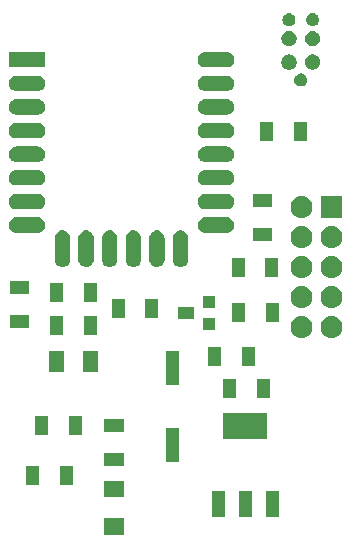
<source format=gts>
G04 #@! TF.GenerationSoftware,KiCad,Pcbnew,5.0.0-fee4fd1~66~ubuntu16.04.1*
G04 #@! TF.CreationDate,2018-08-26T15:56:11+02:00*
G04 #@! TF.ProjectId,RESP,524553502E6B696361645F7063620000,rev?*
G04 #@! TF.SameCoordinates,Original*
G04 #@! TF.FileFunction,Soldermask,Top*
G04 #@! TF.FilePolarity,Negative*
%FSLAX46Y46*%
G04 Gerber Fmt 4.6, Leading zero omitted, Abs format (unit mm)*
G04 Created by KiCad (PCBNEW 5.0.0-fee4fd1~66~ubuntu16.04.1) date Sun Aug 26 15:56:11 2018*
%MOMM*%
%LPD*%
G01*
G04 APERTURE LIST*
%ADD10C,0.050000*%
G04 APERTURE END LIST*
D10*
G36*
X70029170Y-175693160D02*
X68405170Y-175693160D01*
X68405170Y-174323160D01*
X70029170Y-174323160D01*
X70029170Y-175693160D01*
X70029170Y-175693160D01*
G37*
G36*
X78601670Y-174169160D02*
X77485670Y-174169160D01*
X77485670Y-172037160D01*
X78601670Y-172037160D01*
X78601670Y-174169160D01*
X78601670Y-174169160D01*
G37*
G36*
X83173670Y-174169160D02*
X82057670Y-174169160D01*
X82057670Y-172037160D01*
X83173670Y-172037160D01*
X83173670Y-174169160D01*
X83173670Y-174169160D01*
G37*
G36*
X80887670Y-174169160D02*
X79771670Y-174169160D01*
X79771670Y-172037160D01*
X80887670Y-172037160D01*
X80887670Y-174169160D01*
X80887670Y-174169160D01*
G37*
G36*
X70029170Y-172518160D02*
X68405170Y-172518160D01*
X68405170Y-171148160D01*
X70029170Y-171148160D01*
X70029170Y-172518160D01*
X70029170Y-172518160D01*
G37*
G36*
X62886690Y-171502160D02*
X61770690Y-171502160D01*
X61770690Y-169878160D01*
X62886690Y-169878160D01*
X62886690Y-171502160D01*
X62886690Y-171502160D01*
G37*
G36*
X65741650Y-171502160D02*
X64625650Y-171502160D01*
X64625650Y-169878160D01*
X65741650Y-169878160D01*
X65741650Y-171502160D01*
X65741650Y-171502160D01*
G37*
G36*
X70029170Y-169881640D02*
X68405170Y-169881640D01*
X68405170Y-168765640D01*
X70029170Y-168765640D01*
X70029170Y-169881640D01*
X70029170Y-169881640D01*
G37*
G36*
X74728170Y-169548900D02*
X73612170Y-169548900D01*
X73612170Y-166654900D01*
X74728170Y-166654900D01*
X74728170Y-169548900D01*
X74728170Y-169548900D01*
G37*
G36*
X82208470Y-167565160D02*
X78450870Y-167565160D01*
X78450870Y-165433160D01*
X82208470Y-165433160D01*
X82208470Y-167565160D01*
X82208470Y-167565160D01*
G37*
G36*
X66503650Y-167247660D02*
X65387650Y-167247660D01*
X65387650Y-165623660D01*
X66503650Y-165623660D01*
X66503650Y-167247660D01*
X66503650Y-167247660D01*
G37*
G36*
X63648690Y-167247660D02*
X62532690Y-167247660D01*
X62532690Y-165623660D01*
X63648690Y-165623660D01*
X63648690Y-167247660D01*
X63648690Y-167247660D01*
G37*
G36*
X70029170Y-167026680D02*
X68405170Y-167026680D01*
X68405170Y-165910680D01*
X70029170Y-165910680D01*
X70029170Y-167026680D01*
X70029170Y-167026680D01*
G37*
G36*
X82442150Y-164136160D02*
X81326150Y-164136160D01*
X81326150Y-162512160D01*
X82442150Y-162512160D01*
X82442150Y-164136160D01*
X82442150Y-164136160D01*
G37*
G36*
X79587190Y-164136160D02*
X78471190Y-164136160D01*
X78471190Y-162512160D01*
X79587190Y-162512160D01*
X79587190Y-164136160D01*
X79587190Y-164136160D01*
G37*
G36*
X74728170Y-163041420D02*
X73612170Y-163041420D01*
X73612170Y-160147420D01*
X74728170Y-160147420D01*
X74728170Y-163041420D01*
X74728170Y-163041420D01*
G37*
G36*
X67837150Y-161913660D02*
X66594150Y-161913660D01*
X66594150Y-160162660D01*
X67837150Y-160162660D01*
X67837150Y-161913660D01*
X67837150Y-161913660D01*
G37*
G36*
X64982190Y-161913660D02*
X63739190Y-161913660D01*
X63739190Y-160162660D01*
X64982190Y-160162660D01*
X64982190Y-161913660D01*
X64982190Y-161913660D01*
G37*
G36*
X81172150Y-161405660D02*
X80056150Y-161405660D01*
X80056150Y-159781660D01*
X81172150Y-159781660D01*
X81172150Y-161405660D01*
X81172150Y-161405660D01*
G37*
G36*
X78317190Y-161405660D02*
X77201190Y-161405660D01*
X77201190Y-159781660D01*
X78317190Y-159781660D01*
X78317190Y-161405660D01*
X78317190Y-161405660D01*
G37*
G36*
X85271267Y-157216779D02*
X85443481Y-157269020D01*
X85602195Y-157353854D01*
X85741308Y-157468022D01*
X85855476Y-157607135D01*
X85940310Y-157765849D01*
X85992551Y-157938063D01*
X86010190Y-158117160D01*
X85992551Y-158296257D01*
X85940310Y-158468471D01*
X85855476Y-158627185D01*
X85741308Y-158766298D01*
X85602195Y-158880466D01*
X85443481Y-158965300D01*
X85271267Y-159017541D01*
X85137048Y-159030760D01*
X85047292Y-159030760D01*
X84913073Y-159017541D01*
X84740859Y-158965300D01*
X84582145Y-158880466D01*
X84443032Y-158766298D01*
X84328864Y-158627185D01*
X84244030Y-158468471D01*
X84191789Y-158296257D01*
X84174150Y-158117160D01*
X84191789Y-157938063D01*
X84244030Y-157765849D01*
X84328864Y-157607135D01*
X84443032Y-157468022D01*
X84582145Y-157353854D01*
X84740859Y-157269020D01*
X84913073Y-157216779D01*
X85047292Y-157203560D01*
X85137048Y-157203560D01*
X85271267Y-157216779D01*
X85271267Y-157216779D01*
G37*
G36*
X87811267Y-157216779D02*
X87983481Y-157269020D01*
X88142195Y-157353854D01*
X88281308Y-157468022D01*
X88395476Y-157607135D01*
X88480310Y-157765849D01*
X88532551Y-157938063D01*
X88550190Y-158117160D01*
X88532551Y-158296257D01*
X88480310Y-158468471D01*
X88395476Y-158627185D01*
X88281308Y-158766298D01*
X88142195Y-158880466D01*
X87983481Y-158965300D01*
X87811267Y-159017541D01*
X87677048Y-159030760D01*
X87587292Y-159030760D01*
X87453073Y-159017541D01*
X87280859Y-158965300D01*
X87122145Y-158880466D01*
X86983032Y-158766298D01*
X86868864Y-158627185D01*
X86784030Y-158468471D01*
X86731789Y-158296257D01*
X86714150Y-158117160D01*
X86731789Y-157938063D01*
X86784030Y-157765849D01*
X86868864Y-157607135D01*
X86983032Y-157468022D01*
X87122145Y-157353854D01*
X87280859Y-157269020D01*
X87453073Y-157216779D01*
X87587292Y-157203560D01*
X87677048Y-157203560D01*
X87811267Y-157216779D01*
X87811267Y-157216779D01*
G37*
G36*
X64918690Y-158802160D02*
X63802690Y-158802160D01*
X63802690Y-157178160D01*
X64918690Y-157178160D01*
X64918690Y-158802160D01*
X64918690Y-158802160D01*
G37*
G36*
X67773650Y-158802160D02*
X66657650Y-158802160D01*
X66657650Y-157178160D01*
X67773650Y-157178160D01*
X67773650Y-158802160D01*
X67773650Y-158802160D01*
G37*
G36*
X77776170Y-158370360D02*
X76761770Y-158370360D01*
X76761770Y-157355960D01*
X77776170Y-157355960D01*
X77776170Y-158370360D01*
X77776170Y-158370360D01*
G37*
G36*
X62028170Y-158197640D02*
X60404170Y-158197640D01*
X60404170Y-157081640D01*
X62028170Y-157081640D01*
X62028170Y-158197640D01*
X62028170Y-158197640D01*
G37*
G36*
X80349190Y-157722660D02*
X79233190Y-157722660D01*
X79233190Y-156098660D01*
X80349190Y-156098660D01*
X80349190Y-157722660D01*
X80349190Y-157722660D01*
G37*
G36*
X83204150Y-157722660D02*
X82088150Y-157722660D01*
X82088150Y-156098660D01*
X83204150Y-156098660D01*
X83204150Y-157722660D01*
X83204150Y-157722660D01*
G37*
G36*
X76026110Y-157417860D02*
X74656110Y-157417860D01*
X74656110Y-156403460D01*
X76026110Y-156403460D01*
X76026110Y-157417860D01*
X76026110Y-157417860D01*
G37*
G36*
X70125690Y-157341660D02*
X69009690Y-157341660D01*
X69009690Y-155717660D01*
X70125690Y-155717660D01*
X70125690Y-157341660D01*
X70125690Y-157341660D01*
G37*
G36*
X72980650Y-157341660D02*
X71864650Y-157341660D01*
X71864650Y-155717660D01*
X72980650Y-155717660D01*
X72980650Y-157341660D01*
X72980650Y-157341660D01*
G37*
G36*
X87811267Y-154676779D02*
X87983481Y-154729020D01*
X88142195Y-154813854D01*
X88281308Y-154928022D01*
X88395476Y-155067135D01*
X88480310Y-155225849D01*
X88532551Y-155398063D01*
X88550190Y-155577160D01*
X88532551Y-155756257D01*
X88480310Y-155928471D01*
X88395476Y-156087185D01*
X88281308Y-156226298D01*
X88142195Y-156340466D01*
X87983481Y-156425300D01*
X87811267Y-156477541D01*
X87677048Y-156490760D01*
X87587292Y-156490760D01*
X87453073Y-156477541D01*
X87280859Y-156425300D01*
X87122145Y-156340466D01*
X86983032Y-156226298D01*
X86868864Y-156087185D01*
X86784030Y-155928471D01*
X86731789Y-155756257D01*
X86714150Y-155577160D01*
X86731789Y-155398063D01*
X86784030Y-155225849D01*
X86868864Y-155067135D01*
X86983032Y-154928022D01*
X87122145Y-154813854D01*
X87280859Y-154729020D01*
X87453073Y-154676779D01*
X87587292Y-154663560D01*
X87677048Y-154663560D01*
X87811267Y-154676779D01*
X87811267Y-154676779D01*
G37*
G36*
X85271267Y-154676779D02*
X85443481Y-154729020D01*
X85602195Y-154813854D01*
X85741308Y-154928022D01*
X85855476Y-155067135D01*
X85940310Y-155225849D01*
X85992551Y-155398063D01*
X86010190Y-155577160D01*
X85992551Y-155756257D01*
X85940310Y-155928471D01*
X85855476Y-156087185D01*
X85741308Y-156226298D01*
X85602195Y-156340466D01*
X85443481Y-156425300D01*
X85271267Y-156477541D01*
X85137048Y-156490760D01*
X85047292Y-156490760D01*
X84913073Y-156477541D01*
X84740859Y-156425300D01*
X84582145Y-156340466D01*
X84443032Y-156226298D01*
X84328864Y-156087185D01*
X84244030Y-155928471D01*
X84191789Y-155756257D01*
X84174150Y-155577160D01*
X84191789Y-155398063D01*
X84244030Y-155225849D01*
X84328864Y-155067135D01*
X84443032Y-154928022D01*
X84582145Y-154813854D01*
X84740859Y-154729020D01*
X84913073Y-154676779D01*
X85047292Y-154663560D01*
X85137048Y-154663560D01*
X85271267Y-154676779D01*
X85271267Y-154676779D01*
G37*
G36*
X77776170Y-156465360D02*
X76761770Y-156465360D01*
X76761770Y-155450960D01*
X77776170Y-155450960D01*
X77776170Y-156465360D01*
X77776170Y-156465360D01*
G37*
G36*
X67773650Y-156008160D02*
X66657650Y-156008160D01*
X66657650Y-154384160D01*
X67773650Y-154384160D01*
X67773650Y-156008160D01*
X67773650Y-156008160D01*
G37*
G36*
X64918690Y-156008160D02*
X63802690Y-156008160D01*
X63802690Y-154384160D01*
X64918690Y-154384160D01*
X64918690Y-156008160D01*
X64918690Y-156008160D01*
G37*
G36*
X62028170Y-155342680D02*
X60404170Y-155342680D01*
X60404170Y-154226680D01*
X62028170Y-154226680D01*
X62028170Y-155342680D01*
X62028170Y-155342680D01*
G37*
G36*
X85271267Y-152136779D02*
X85443481Y-152189020D01*
X85602195Y-152273854D01*
X85741308Y-152388022D01*
X85855476Y-152527135D01*
X85940310Y-152685849D01*
X85992551Y-152858063D01*
X86010190Y-153037160D01*
X85992551Y-153216257D01*
X85940310Y-153388471D01*
X85855476Y-153547185D01*
X85741308Y-153686298D01*
X85602195Y-153800466D01*
X85443481Y-153885300D01*
X85271267Y-153937541D01*
X85137048Y-153950760D01*
X85047292Y-153950760D01*
X84913073Y-153937541D01*
X84740859Y-153885300D01*
X84582145Y-153800466D01*
X84443032Y-153686298D01*
X84328864Y-153547185D01*
X84244030Y-153388471D01*
X84191789Y-153216257D01*
X84174150Y-153037160D01*
X84191789Y-152858063D01*
X84244030Y-152685849D01*
X84328864Y-152527135D01*
X84443032Y-152388022D01*
X84582145Y-152273854D01*
X84740859Y-152189020D01*
X84913073Y-152136779D01*
X85047292Y-152123560D01*
X85137048Y-152123560D01*
X85271267Y-152136779D01*
X85271267Y-152136779D01*
G37*
G36*
X87811267Y-152136779D02*
X87983481Y-152189020D01*
X88142195Y-152273854D01*
X88281308Y-152388022D01*
X88395476Y-152527135D01*
X88480310Y-152685849D01*
X88532551Y-152858063D01*
X88550190Y-153037160D01*
X88532551Y-153216257D01*
X88480310Y-153388471D01*
X88395476Y-153547185D01*
X88281308Y-153686298D01*
X88142195Y-153800466D01*
X87983481Y-153885300D01*
X87811267Y-153937541D01*
X87677048Y-153950760D01*
X87587292Y-153950760D01*
X87453073Y-153937541D01*
X87280859Y-153885300D01*
X87122145Y-153800466D01*
X86983032Y-153686298D01*
X86868864Y-153547185D01*
X86784030Y-153388471D01*
X86731789Y-153216257D01*
X86714150Y-153037160D01*
X86731789Y-152858063D01*
X86784030Y-152685849D01*
X86868864Y-152527135D01*
X86983032Y-152388022D01*
X87122145Y-152273854D01*
X87280859Y-152189020D01*
X87453073Y-152136779D01*
X87587292Y-152123560D01*
X87677048Y-152123560D01*
X87811267Y-152136779D01*
X87811267Y-152136779D01*
G37*
G36*
X83140650Y-153912660D02*
X82024650Y-153912660D01*
X82024650Y-152288660D01*
X83140650Y-152288660D01*
X83140650Y-153912660D01*
X83140650Y-153912660D01*
G37*
G36*
X80285690Y-153912660D02*
X79169690Y-153912660D01*
X79169690Y-152288660D01*
X80285690Y-152288660D01*
X80285690Y-153912660D01*
X80285690Y-153912660D01*
G37*
G36*
X70979591Y-149939565D02*
X71102117Y-149976733D01*
X71215037Y-150037090D01*
X71314013Y-150118317D01*
X71395240Y-150217292D01*
X71455597Y-150330212D01*
X71492765Y-150452738D01*
X71502170Y-150548228D01*
X71502170Y-152412092D01*
X71492765Y-152507582D01*
X71455597Y-152630108D01*
X71395240Y-152743028D01*
X71314013Y-152842003D01*
X71215038Y-152923230D01*
X71102118Y-152983587D01*
X70979592Y-153020755D01*
X70863596Y-153032180D01*
X70852171Y-153033305D01*
X70852170Y-153033305D01*
X70724749Y-153020755D01*
X70602223Y-152983587D01*
X70489303Y-152923230D01*
X70390328Y-152842003D01*
X70309101Y-152743028D01*
X70248744Y-152630108D01*
X70211576Y-152507582D01*
X70202171Y-152412092D01*
X70202170Y-150548229D01*
X70211575Y-150452739D01*
X70248743Y-150330213D01*
X70309100Y-150217293D01*
X70390327Y-150118317D01*
X70489302Y-150037090D01*
X70602222Y-149976733D01*
X70724748Y-149939565D01*
X70840744Y-149928140D01*
X70852169Y-149927015D01*
X70852170Y-149927015D01*
X70979591Y-149939565D01*
X70979591Y-149939565D01*
G37*
G36*
X64979591Y-149939565D02*
X65102117Y-149976733D01*
X65215037Y-150037090D01*
X65314013Y-150118317D01*
X65395240Y-150217292D01*
X65455597Y-150330212D01*
X65492765Y-150452738D01*
X65502170Y-150548228D01*
X65502170Y-152412092D01*
X65492765Y-152507582D01*
X65455597Y-152630108D01*
X65395240Y-152743028D01*
X65314013Y-152842003D01*
X65215038Y-152923230D01*
X65102118Y-152983587D01*
X64979592Y-153020755D01*
X64863596Y-153032180D01*
X64852171Y-153033305D01*
X64852170Y-153033305D01*
X64724749Y-153020755D01*
X64602223Y-152983587D01*
X64489303Y-152923230D01*
X64390328Y-152842003D01*
X64309101Y-152743028D01*
X64248744Y-152630108D01*
X64211576Y-152507582D01*
X64202171Y-152412092D01*
X64202170Y-150548229D01*
X64211575Y-150452739D01*
X64248743Y-150330213D01*
X64309100Y-150217293D01*
X64390327Y-150118317D01*
X64489302Y-150037090D01*
X64602222Y-149976733D01*
X64724748Y-149939565D01*
X64840744Y-149928140D01*
X64852169Y-149927015D01*
X64852170Y-149927015D01*
X64979591Y-149939565D01*
X64979591Y-149939565D01*
G37*
G36*
X66979591Y-149939565D02*
X67102117Y-149976733D01*
X67215037Y-150037090D01*
X67314013Y-150118317D01*
X67395240Y-150217292D01*
X67455597Y-150330212D01*
X67492765Y-150452738D01*
X67502170Y-150548228D01*
X67502170Y-152412092D01*
X67492765Y-152507582D01*
X67455597Y-152630108D01*
X67395240Y-152743028D01*
X67314013Y-152842003D01*
X67215038Y-152923230D01*
X67102118Y-152983587D01*
X66979592Y-153020755D01*
X66863596Y-153032180D01*
X66852171Y-153033305D01*
X66852170Y-153033305D01*
X66724749Y-153020755D01*
X66602223Y-152983587D01*
X66489303Y-152923230D01*
X66390328Y-152842003D01*
X66309101Y-152743028D01*
X66248744Y-152630108D01*
X66211576Y-152507582D01*
X66202171Y-152412092D01*
X66202170Y-150548229D01*
X66211575Y-150452739D01*
X66248743Y-150330213D01*
X66309100Y-150217293D01*
X66390327Y-150118317D01*
X66489302Y-150037090D01*
X66602222Y-149976733D01*
X66724748Y-149939565D01*
X66840744Y-149928140D01*
X66852169Y-149927015D01*
X66852170Y-149927015D01*
X66979591Y-149939565D01*
X66979591Y-149939565D01*
G37*
G36*
X74979591Y-149939565D02*
X75102117Y-149976733D01*
X75215037Y-150037090D01*
X75314013Y-150118317D01*
X75395240Y-150217292D01*
X75455597Y-150330212D01*
X75492765Y-150452738D01*
X75502170Y-150548228D01*
X75502170Y-152412092D01*
X75492765Y-152507582D01*
X75455597Y-152630108D01*
X75395240Y-152743028D01*
X75314013Y-152842003D01*
X75215038Y-152923230D01*
X75102118Y-152983587D01*
X74979592Y-153020755D01*
X74863596Y-153032180D01*
X74852171Y-153033305D01*
X74852170Y-153033305D01*
X74724749Y-153020755D01*
X74602223Y-152983587D01*
X74489303Y-152923230D01*
X74390328Y-152842003D01*
X74309101Y-152743028D01*
X74248744Y-152630108D01*
X74211576Y-152507582D01*
X74202171Y-152412092D01*
X74202170Y-150548229D01*
X74211575Y-150452739D01*
X74248743Y-150330213D01*
X74309100Y-150217293D01*
X74390327Y-150118317D01*
X74489302Y-150037090D01*
X74602222Y-149976733D01*
X74724748Y-149939565D01*
X74840744Y-149928140D01*
X74852169Y-149927015D01*
X74852170Y-149927015D01*
X74979591Y-149939565D01*
X74979591Y-149939565D01*
G37*
G36*
X68979591Y-149939565D02*
X69102117Y-149976733D01*
X69215037Y-150037090D01*
X69314013Y-150118317D01*
X69395240Y-150217292D01*
X69455597Y-150330212D01*
X69492765Y-150452738D01*
X69502170Y-150548228D01*
X69502170Y-152412092D01*
X69492765Y-152507582D01*
X69455597Y-152630108D01*
X69395240Y-152743028D01*
X69314013Y-152842003D01*
X69215038Y-152923230D01*
X69102118Y-152983587D01*
X68979592Y-153020755D01*
X68863596Y-153032180D01*
X68852171Y-153033305D01*
X68852170Y-153033305D01*
X68724749Y-153020755D01*
X68602223Y-152983587D01*
X68489303Y-152923230D01*
X68390328Y-152842003D01*
X68309101Y-152743028D01*
X68248744Y-152630108D01*
X68211576Y-152507582D01*
X68202171Y-152412092D01*
X68202170Y-150548229D01*
X68211575Y-150452739D01*
X68248743Y-150330213D01*
X68309100Y-150217293D01*
X68390327Y-150118317D01*
X68489302Y-150037090D01*
X68602222Y-149976733D01*
X68724748Y-149939565D01*
X68840744Y-149928140D01*
X68852169Y-149927015D01*
X68852170Y-149927015D01*
X68979591Y-149939565D01*
X68979591Y-149939565D01*
G37*
G36*
X72979591Y-149939565D02*
X73102117Y-149976733D01*
X73215037Y-150037090D01*
X73314013Y-150118317D01*
X73395240Y-150217292D01*
X73455597Y-150330212D01*
X73492765Y-150452738D01*
X73502170Y-150548228D01*
X73502170Y-152412092D01*
X73492765Y-152507582D01*
X73455597Y-152630108D01*
X73395240Y-152743028D01*
X73314013Y-152842003D01*
X73215038Y-152923230D01*
X73102118Y-152983587D01*
X72979592Y-153020755D01*
X72863596Y-153032180D01*
X72852171Y-153033305D01*
X72852170Y-153033305D01*
X72724749Y-153020755D01*
X72602223Y-152983587D01*
X72489303Y-152923230D01*
X72390328Y-152842003D01*
X72309101Y-152743028D01*
X72248744Y-152630108D01*
X72211576Y-152507582D01*
X72202171Y-152412092D01*
X72202170Y-150548229D01*
X72211575Y-150452739D01*
X72248743Y-150330213D01*
X72309100Y-150217293D01*
X72390327Y-150118317D01*
X72489302Y-150037090D01*
X72602222Y-149976733D01*
X72724748Y-149939565D01*
X72840744Y-149928140D01*
X72852169Y-149927015D01*
X72852170Y-149927015D01*
X72979591Y-149939565D01*
X72979591Y-149939565D01*
G37*
G36*
X85271267Y-149596779D02*
X85443481Y-149649020D01*
X85602195Y-149733854D01*
X85741308Y-149848022D01*
X85855476Y-149987135D01*
X85940310Y-150145849D01*
X85992551Y-150318063D01*
X86010190Y-150497160D01*
X85992551Y-150676257D01*
X85940310Y-150848471D01*
X85855476Y-151007185D01*
X85741308Y-151146298D01*
X85602195Y-151260466D01*
X85443481Y-151345300D01*
X85271267Y-151397541D01*
X85137048Y-151410760D01*
X85047292Y-151410760D01*
X84913073Y-151397541D01*
X84740859Y-151345300D01*
X84582145Y-151260466D01*
X84443032Y-151146298D01*
X84328864Y-151007185D01*
X84244030Y-150848471D01*
X84191789Y-150676257D01*
X84174150Y-150497160D01*
X84191789Y-150318063D01*
X84244030Y-150145849D01*
X84328864Y-149987135D01*
X84443032Y-149848022D01*
X84582145Y-149733854D01*
X84740859Y-149649020D01*
X84913073Y-149596779D01*
X85047292Y-149583560D01*
X85137048Y-149583560D01*
X85271267Y-149596779D01*
X85271267Y-149596779D01*
G37*
G36*
X87811267Y-149596779D02*
X87983481Y-149649020D01*
X88142195Y-149733854D01*
X88281308Y-149848022D01*
X88395476Y-149987135D01*
X88480310Y-150145849D01*
X88532551Y-150318063D01*
X88550190Y-150497160D01*
X88532551Y-150676257D01*
X88480310Y-150848471D01*
X88395476Y-151007185D01*
X88281308Y-151146298D01*
X88142195Y-151260466D01*
X87983481Y-151345300D01*
X87811267Y-151397541D01*
X87677048Y-151410760D01*
X87587292Y-151410760D01*
X87453073Y-151397541D01*
X87280859Y-151345300D01*
X87122145Y-151260466D01*
X86983032Y-151146298D01*
X86868864Y-151007185D01*
X86784030Y-150848471D01*
X86731789Y-150676257D01*
X86714150Y-150497160D01*
X86731789Y-150318063D01*
X86784030Y-150145849D01*
X86868864Y-149987135D01*
X86983032Y-149848022D01*
X87122145Y-149733854D01*
X87280859Y-149649020D01*
X87453073Y-149596779D01*
X87587292Y-149583560D01*
X87677048Y-149583560D01*
X87811267Y-149596779D01*
X87811267Y-149596779D01*
G37*
G36*
X82602170Y-150831640D02*
X80978170Y-150831640D01*
X80978170Y-149715640D01*
X82602170Y-149715640D01*
X82602170Y-150831640D01*
X82602170Y-150831640D01*
G37*
G36*
X78879592Y-148839565D02*
X79002118Y-148876733D01*
X79115038Y-148937090D01*
X79214013Y-149018317D01*
X79295240Y-149117292D01*
X79355597Y-149230212D01*
X79392765Y-149352738D01*
X79405315Y-149480160D01*
X79392765Y-149607582D01*
X79355597Y-149730108D01*
X79295240Y-149843028D01*
X79214013Y-149942003D01*
X79115038Y-150023230D01*
X79002118Y-150083587D01*
X78879592Y-150120755D01*
X78784102Y-150130160D01*
X76920238Y-150130160D01*
X76824748Y-150120755D01*
X76702222Y-150083587D01*
X76589302Y-150023230D01*
X76490327Y-149942003D01*
X76409100Y-149843028D01*
X76348743Y-149730108D01*
X76311575Y-149607582D01*
X76299025Y-149480160D01*
X76311575Y-149352738D01*
X76348743Y-149230212D01*
X76409100Y-149117292D01*
X76490327Y-149018317D01*
X76589302Y-148937090D01*
X76702222Y-148876733D01*
X76824748Y-148839565D01*
X76920238Y-148830160D01*
X78784102Y-148830160D01*
X78879592Y-148839565D01*
X78879592Y-148839565D01*
G37*
G36*
X62879592Y-148839565D02*
X63002118Y-148876733D01*
X63115038Y-148937090D01*
X63214013Y-149018317D01*
X63295240Y-149117292D01*
X63355597Y-149230212D01*
X63392765Y-149352738D01*
X63405315Y-149480160D01*
X63392765Y-149607582D01*
X63355597Y-149730108D01*
X63295240Y-149843028D01*
X63214013Y-149942003D01*
X63115038Y-150023230D01*
X63002118Y-150083587D01*
X62879592Y-150120755D01*
X62784102Y-150130160D01*
X60920238Y-150130160D01*
X60824748Y-150120755D01*
X60702222Y-150083587D01*
X60589302Y-150023230D01*
X60490327Y-149942003D01*
X60409100Y-149843028D01*
X60348743Y-149730108D01*
X60311575Y-149607582D01*
X60299025Y-149480160D01*
X60311575Y-149352738D01*
X60348743Y-149230212D01*
X60409100Y-149117292D01*
X60490327Y-149018317D01*
X60589302Y-148937090D01*
X60702222Y-148876733D01*
X60824748Y-148839565D01*
X60920238Y-148830160D01*
X62784102Y-148830160D01*
X62879592Y-148839565D01*
X62879592Y-148839565D01*
G37*
G36*
X85271267Y-147056779D02*
X85443481Y-147109020D01*
X85602195Y-147193854D01*
X85741308Y-147308022D01*
X85855476Y-147447135D01*
X85940310Y-147605849D01*
X85992551Y-147778063D01*
X86010190Y-147957160D01*
X85992551Y-148136257D01*
X85940310Y-148308471D01*
X85855476Y-148467185D01*
X85741308Y-148606298D01*
X85602195Y-148720466D01*
X85443481Y-148805300D01*
X85271267Y-148857541D01*
X85137048Y-148870760D01*
X85047292Y-148870760D01*
X84913073Y-148857541D01*
X84740859Y-148805300D01*
X84582145Y-148720466D01*
X84443032Y-148606298D01*
X84328864Y-148467185D01*
X84244030Y-148308471D01*
X84191789Y-148136257D01*
X84174150Y-147957160D01*
X84191789Y-147778063D01*
X84244030Y-147605849D01*
X84328864Y-147447135D01*
X84443032Y-147308022D01*
X84582145Y-147193854D01*
X84740859Y-147109020D01*
X84913073Y-147056779D01*
X85047292Y-147043560D01*
X85137048Y-147043560D01*
X85271267Y-147056779D01*
X85271267Y-147056779D01*
G37*
G36*
X88545770Y-148870760D02*
X86718570Y-148870760D01*
X86718570Y-147043560D01*
X88545770Y-147043560D01*
X88545770Y-148870760D01*
X88545770Y-148870760D01*
G37*
G36*
X78879592Y-146839565D02*
X79002118Y-146876733D01*
X79115038Y-146937090D01*
X79214013Y-147018317D01*
X79295240Y-147117292D01*
X79355597Y-147230212D01*
X79392765Y-147352738D01*
X79405315Y-147480160D01*
X79392765Y-147607582D01*
X79355597Y-147730108D01*
X79295240Y-147843028D01*
X79214013Y-147942003D01*
X79115038Y-148023230D01*
X79002118Y-148083587D01*
X78879592Y-148120755D01*
X78784102Y-148130160D01*
X76920238Y-148130160D01*
X76824748Y-148120755D01*
X76702222Y-148083587D01*
X76589302Y-148023230D01*
X76490327Y-147942003D01*
X76409100Y-147843028D01*
X76348743Y-147730108D01*
X76311575Y-147607582D01*
X76299025Y-147480160D01*
X76311575Y-147352738D01*
X76348743Y-147230212D01*
X76409100Y-147117292D01*
X76490327Y-147018317D01*
X76589302Y-146937090D01*
X76702222Y-146876733D01*
X76824748Y-146839565D01*
X76920238Y-146830160D01*
X78784102Y-146830160D01*
X78879592Y-146839565D01*
X78879592Y-146839565D01*
G37*
G36*
X62879592Y-146839565D02*
X63002118Y-146876733D01*
X63115038Y-146937090D01*
X63214013Y-147018317D01*
X63295240Y-147117292D01*
X63355597Y-147230212D01*
X63392765Y-147352738D01*
X63405315Y-147480160D01*
X63392765Y-147607582D01*
X63355597Y-147730108D01*
X63295240Y-147843028D01*
X63214013Y-147942003D01*
X63115038Y-148023230D01*
X63002118Y-148083587D01*
X62879592Y-148120755D01*
X62784102Y-148130160D01*
X60920238Y-148130160D01*
X60824748Y-148120755D01*
X60702222Y-148083587D01*
X60589302Y-148023230D01*
X60490327Y-147942003D01*
X60409100Y-147843028D01*
X60348743Y-147730108D01*
X60311575Y-147607582D01*
X60299025Y-147480160D01*
X60311575Y-147352738D01*
X60348743Y-147230212D01*
X60409100Y-147117292D01*
X60490327Y-147018317D01*
X60589302Y-146937090D01*
X60702222Y-146876733D01*
X60824748Y-146839565D01*
X60920238Y-146830160D01*
X62784102Y-146830160D01*
X62879592Y-146839565D01*
X62879592Y-146839565D01*
G37*
G36*
X82602170Y-147976680D02*
X80978170Y-147976680D01*
X80978170Y-146860680D01*
X82602170Y-146860680D01*
X82602170Y-147976680D01*
X82602170Y-147976680D01*
G37*
G36*
X78879592Y-144839565D02*
X79002118Y-144876733D01*
X79115038Y-144937090D01*
X79214013Y-145018317D01*
X79295240Y-145117292D01*
X79355597Y-145230212D01*
X79392765Y-145352738D01*
X79405315Y-145480160D01*
X79392765Y-145607582D01*
X79355597Y-145730108D01*
X79295240Y-145843028D01*
X79214013Y-145942003D01*
X79115038Y-146023230D01*
X79002118Y-146083587D01*
X78879592Y-146120755D01*
X78784102Y-146130160D01*
X76920238Y-146130160D01*
X76824748Y-146120755D01*
X76702222Y-146083587D01*
X76589302Y-146023230D01*
X76490327Y-145942003D01*
X76409100Y-145843028D01*
X76348743Y-145730108D01*
X76311575Y-145607582D01*
X76299025Y-145480160D01*
X76311575Y-145352738D01*
X76348743Y-145230212D01*
X76409100Y-145117292D01*
X76490327Y-145018317D01*
X76589302Y-144937090D01*
X76702222Y-144876733D01*
X76824748Y-144839565D01*
X76920238Y-144830160D01*
X78784102Y-144830160D01*
X78879592Y-144839565D01*
X78879592Y-144839565D01*
G37*
G36*
X62879592Y-144839565D02*
X63002118Y-144876733D01*
X63115038Y-144937090D01*
X63214013Y-145018317D01*
X63295240Y-145117292D01*
X63355597Y-145230212D01*
X63392765Y-145352738D01*
X63405315Y-145480160D01*
X63392765Y-145607582D01*
X63355597Y-145730108D01*
X63295240Y-145843028D01*
X63214013Y-145942003D01*
X63115038Y-146023230D01*
X63002118Y-146083587D01*
X62879592Y-146120755D01*
X62784102Y-146130160D01*
X60920238Y-146130160D01*
X60824748Y-146120755D01*
X60702222Y-146083587D01*
X60589302Y-146023230D01*
X60490327Y-145942003D01*
X60409100Y-145843028D01*
X60348743Y-145730108D01*
X60311575Y-145607582D01*
X60299025Y-145480160D01*
X60311575Y-145352738D01*
X60348743Y-145230212D01*
X60409100Y-145117292D01*
X60490327Y-145018317D01*
X60589302Y-144937090D01*
X60702222Y-144876733D01*
X60824748Y-144839565D01*
X60920238Y-144830160D01*
X62784102Y-144830160D01*
X62879592Y-144839565D01*
X62879592Y-144839565D01*
G37*
G36*
X62879592Y-142839565D02*
X63002118Y-142876733D01*
X63115038Y-142937090D01*
X63214013Y-143018317D01*
X63295240Y-143117292D01*
X63355597Y-143230212D01*
X63392765Y-143352738D01*
X63405315Y-143480160D01*
X63392765Y-143607582D01*
X63355597Y-143730108D01*
X63295240Y-143843028D01*
X63214013Y-143942003D01*
X63115038Y-144023230D01*
X63002118Y-144083587D01*
X62879592Y-144120755D01*
X62784102Y-144130160D01*
X60920238Y-144130160D01*
X60824748Y-144120755D01*
X60702222Y-144083587D01*
X60589302Y-144023230D01*
X60490327Y-143942003D01*
X60409100Y-143843028D01*
X60348743Y-143730108D01*
X60311575Y-143607582D01*
X60299025Y-143480160D01*
X60311575Y-143352738D01*
X60348743Y-143230212D01*
X60409100Y-143117292D01*
X60490327Y-143018317D01*
X60589302Y-142937090D01*
X60702222Y-142876733D01*
X60824748Y-142839565D01*
X60920238Y-142830160D01*
X62784102Y-142830160D01*
X62879592Y-142839565D01*
X62879592Y-142839565D01*
G37*
G36*
X78879592Y-142839565D02*
X79002118Y-142876733D01*
X79115038Y-142937090D01*
X79214013Y-143018317D01*
X79295240Y-143117292D01*
X79355597Y-143230212D01*
X79392765Y-143352738D01*
X79405315Y-143480160D01*
X79392765Y-143607582D01*
X79355597Y-143730108D01*
X79295240Y-143843028D01*
X79214013Y-143942003D01*
X79115038Y-144023230D01*
X79002118Y-144083587D01*
X78879592Y-144120755D01*
X78784102Y-144130160D01*
X76920238Y-144130160D01*
X76824748Y-144120755D01*
X76702222Y-144083587D01*
X76589302Y-144023230D01*
X76490327Y-143942003D01*
X76409100Y-143843028D01*
X76348743Y-143730108D01*
X76311575Y-143607582D01*
X76299025Y-143480160D01*
X76311575Y-143352738D01*
X76348743Y-143230212D01*
X76409100Y-143117292D01*
X76490327Y-143018317D01*
X76589302Y-142937090D01*
X76702222Y-142876733D01*
X76824748Y-142839565D01*
X76920238Y-142830160D01*
X78784102Y-142830160D01*
X78879592Y-142839565D01*
X78879592Y-142839565D01*
G37*
G36*
X82698690Y-142355660D02*
X81582690Y-142355660D01*
X81582690Y-140731660D01*
X82698690Y-140731660D01*
X82698690Y-142355660D01*
X82698690Y-142355660D01*
G37*
G36*
X85553650Y-142355660D02*
X84437650Y-142355660D01*
X84437650Y-140731660D01*
X85553650Y-140731660D01*
X85553650Y-142355660D01*
X85553650Y-142355660D01*
G37*
G36*
X62879592Y-140839565D02*
X63002118Y-140876733D01*
X63115038Y-140937090D01*
X63214013Y-141018317D01*
X63295240Y-141117292D01*
X63355597Y-141230212D01*
X63392765Y-141352738D01*
X63405315Y-141480160D01*
X63392765Y-141607582D01*
X63355597Y-141730108D01*
X63295240Y-141843028D01*
X63214013Y-141942003D01*
X63115038Y-142023230D01*
X63002118Y-142083587D01*
X62879592Y-142120755D01*
X62784102Y-142130160D01*
X60920238Y-142130160D01*
X60824748Y-142120755D01*
X60702222Y-142083587D01*
X60589302Y-142023230D01*
X60490327Y-141942003D01*
X60409100Y-141843028D01*
X60348743Y-141730108D01*
X60311575Y-141607582D01*
X60299025Y-141480160D01*
X60311575Y-141352738D01*
X60348743Y-141230212D01*
X60409100Y-141117292D01*
X60490327Y-141018317D01*
X60589302Y-140937090D01*
X60702222Y-140876733D01*
X60824748Y-140839565D01*
X60920238Y-140830160D01*
X62784102Y-140830160D01*
X62879592Y-140839565D01*
X62879592Y-140839565D01*
G37*
G36*
X78879592Y-140839565D02*
X79002118Y-140876733D01*
X79115038Y-140937090D01*
X79214013Y-141018317D01*
X79295240Y-141117292D01*
X79355597Y-141230212D01*
X79392765Y-141352738D01*
X79405315Y-141480160D01*
X79392765Y-141607582D01*
X79355597Y-141730108D01*
X79295240Y-141843028D01*
X79214013Y-141942003D01*
X79115038Y-142023230D01*
X79002118Y-142083587D01*
X78879592Y-142120755D01*
X78784102Y-142130160D01*
X76920238Y-142130160D01*
X76824748Y-142120755D01*
X76702222Y-142083587D01*
X76589302Y-142023230D01*
X76490327Y-141942003D01*
X76409100Y-141843028D01*
X76348743Y-141730108D01*
X76311575Y-141607582D01*
X76299025Y-141480160D01*
X76311575Y-141352738D01*
X76348743Y-141230212D01*
X76409100Y-141117292D01*
X76490327Y-141018317D01*
X76589302Y-140937090D01*
X76702222Y-140876733D01*
X76824748Y-140839565D01*
X76920238Y-140830160D01*
X78784102Y-140830160D01*
X78879592Y-140839565D01*
X78879592Y-140839565D01*
G37*
G36*
X62879592Y-138839565D02*
X63002118Y-138876733D01*
X63115038Y-138937090D01*
X63214013Y-139018317D01*
X63295240Y-139117292D01*
X63355597Y-139230212D01*
X63392765Y-139352738D01*
X63405315Y-139480160D01*
X63392765Y-139607582D01*
X63355597Y-139730108D01*
X63295240Y-139843028D01*
X63214013Y-139942003D01*
X63115038Y-140023230D01*
X63002118Y-140083587D01*
X62879592Y-140120755D01*
X62784102Y-140130160D01*
X60920238Y-140130160D01*
X60824748Y-140120755D01*
X60702222Y-140083587D01*
X60589302Y-140023230D01*
X60490327Y-139942003D01*
X60409100Y-139843028D01*
X60348743Y-139730108D01*
X60311575Y-139607582D01*
X60299025Y-139480160D01*
X60311575Y-139352738D01*
X60348743Y-139230212D01*
X60409100Y-139117292D01*
X60490327Y-139018317D01*
X60589302Y-138937090D01*
X60702222Y-138876733D01*
X60824748Y-138839565D01*
X60920238Y-138830160D01*
X62784102Y-138830160D01*
X62879592Y-138839565D01*
X62879592Y-138839565D01*
G37*
G36*
X78879592Y-138839565D02*
X79002118Y-138876733D01*
X79115038Y-138937090D01*
X79214013Y-139018317D01*
X79295240Y-139117292D01*
X79355597Y-139230212D01*
X79392765Y-139352738D01*
X79405315Y-139480160D01*
X79392765Y-139607582D01*
X79355597Y-139730108D01*
X79295240Y-139843028D01*
X79214013Y-139942003D01*
X79115038Y-140023230D01*
X79002118Y-140083587D01*
X78879592Y-140120755D01*
X78784102Y-140130160D01*
X76920238Y-140130160D01*
X76824748Y-140120755D01*
X76702222Y-140083587D01*
X76589302Y-140023230D01*
X76490327Y-139942003D01*
X76409100Y-139843028D01*
X76348743Y-139730108D01*
X76311575Y-139607582D01*
X76299025Y-139480160D01*
X76311575Y-139352738D01*
X76348743Y-139230212D01*
X76409100Y-139117292D01*
X76490327Y-139018317D01*
X76589302Y-138937090D01*
X76702222Y-138876733D01*
X76824748Y-138839565D01*
X76920238Y-138830160D01*
X78784102Y-138830160D01*
X78879592Y-138839565D01*
X78879592Y-138839565D01*
G37*
G36*
X78879592Y-136839565D02*
X79002118Y-136876733D01*
X79115038Y-136937090D01*
X79214013Y-137018317D01*
X79295240Y-137117292D01*
X79355597Y-137230212D01*
X79392765Y-137352738D01*
X79405315Y-137480160D01*
X79392765Y-137607582D01*
X79355597Y-137730108D01*
X79295240Y-137843028D01*
X79214013Y-137942003D01*
X79115038Y-138023230D01*
X79002118Y-138083587D01*
X78879592Y-138120755D01*
X78784102Y-138130160D01*
X76920238Y-138130160D01*
X76824748Y-138120755D01*
X76702222Y-138083587D01*
X76589302Y-138023230D01*
X76490327Y-137942003D01*
X76409100Y-137843028D01*
X76348743Y-137730108D01*
X76311575Y-137607582D01*
X76299025Y-137480160D01*
X76311575Y-137352738D01*
X76348743Y-137230212D01*
X76409100Y-137117292D01*
X76490327Y-137018317D01*
X76589302Y-136937090D01*
X76702222Y-136876733D01*
X76824748Y-136839565D01*
X76920238Y-136830160D01*
X78784102Y-136830160D01*
X78879592Y-136839565D01*
X78879592Y-136839565D01*
G37*
G36*
X62879592Y-136839565D02*
X63002118Y-136876733D01*
X63115038Y-136937090D01*
X63214013Y-137018317D01*
X63295240Y-137117292D01*
X63355597Y-137230212D01*
X63392765Y-137352738D01*
X63405315Y-137480160D01*
X63392765Y-137607582D01*
X63355597Y-137730108D01*
X63295240Y-137843028D01*
X63214013Y-137942003D01*
X63115038Y-138023230D01*
X63002118Y-138083587D01*
X62879592Y-138120755D01*
X62784102Y-138130160D01*
X60920238Y-138130160D01*
X60824748Y-138120755D01*
X60702222Y-138083587D01*
X60589302Y-138023230D01*
X60490327Y-137942003D01*
X60409100Y-137843028D01*
X60348743Y-137730108D01*
X60311575Y-137607582D01*
X60299025Y-137480160D01*
X60311575Y-137352738D01*
X60348743Y-137230212D01*
X60409100Y-137117292D01*
X60490327Y-137018317D01*
X60589302Y-136937090D01*
X60702222Y-136876733D01*
X60824748Y-136839565D01*
X60920238Y-136830160D01*
X62784102Y-136830160D01*
X62879592Y-136839565D01*
X62879592Y-136839565D01*
G37*
G36*
X85189099Y-136656796D02*
X85289193Y-136698257D01*
X85379273Y-136758446D01*
X85455884Y-136835057D01*
X85483731Y-136876733D01*
X85516073Y-136925137D01*
X85557534Y-137025231D01*
X85578670Y-137131490D01*
X85578670Y-137239830D01*
X85557534Y-137346089D01*
X85516073Y-137446183D01*
X85455883Y-137536264D01*
X85379274Y-137612873D01*
X85289193Y-137673063D01*
X85189099Y-137714524D01*
X85082840Y-137735660D01*
X84974500Y-137735660D01*
X84868241Y-137714524D01*
X84768147Y-137673063D01*
X84678066Y-137612873D01*
X84601457Y-137536264D01*
X84541267Y-137446183D01*
X84499806Y-137346089D01*
X84478670Y-137239830D01*
X84478670Y-137131490D01*
X84499806Y-137025231D01*
X84541267Y-136925137D01*
X84573609Y-136876733D01*
X84601456Y-136835057D01*
X84678067Y-136758446D01*
X84768147Y-136698257D01*
X84868241Y-136656796D01*
X84974500Y-136635660D01*
X85082840Y-136635660D01*
X85189099Y-136656796D01*
X85189099Y-136656796D01*
G37*
G36*
X86218268Y-135060639D02*
X86336560Y-135109638D01*
X86443021Y-135180772D01*
X86533558Y-135271309D01*
X86604692Y-135377770D01*
X86653691Y-135496062D01*
X86678670Y-135621641D01*
X86678670Y-135749679D01*
X86653691Y-135875258D01*
X86604692Y-135993550D01*
X86533558Y-136100011D01*
X86443021Y-136190548D01*
X86336560Y-136261682D01*
X86218268Y-136310681D01*
X86092689Y-136335660D01*
X85964651Y-136335660D01*
X85839072Y-136310681D01*
X85720780Y-136261682D01*
X85614319Y-136190548D01*
X85523782Y-136100011D01*
X85452648Y-135993550D01*
X85403649Y-135875258D01*
X85378670Y-135749679D01*
X85378670Y-135621641D01*
X85403649Y-135496062D01*
X85452648Y-135377770D01*
X85523782Y-135271309D01*
X85614319Y-135180772D01*
X85720780Y-135109638D01*
X85839072Y-135060639D01*
X85964651Y-135035660D01*
X86092689Y-135035660D01*
X86218268Y-135060639D01*
X86218268Y-135060639D01*
G37*
G36*
X84218268Y-135060639D02*
X84336560Y-135109638D01*
X84443021Y-135180772D01*
X84533558Y-135271309D01*
X84604692Y-135377770D01*
X84653691Y-135496062D01*
X84678670Y-135621641D01*
X84678670Y-135749679D01*
X84653691Y-135875258D01*
X84604692Y-135993550D01*
X84533558Y-136100011D01*
X84443021Y-136190548D01*
X84336560Y-136261682D01*
X84218268Y-136310681D01*
X84092689Y-136335660D01*
X83964651Y-136335660D01*
X83839072Y-136310681D01*
X83720780Y-136261682D01*
X83614319Y-136190548D01*
X83523782Y-136100011D01*
X83452648Y-135993550D01*
X83403649Y-135875258D01*
X83378670Y-135749679D01*
X83378670Y-135621641D01*
X83403649Y-135496062D01*
X83452648Y-135377770D01*
X83523782Y-135271309D01*
X83614319Y-135180772D01*
X83720780Y-135109638D01*
X83839072Y-135060639D01*
X83964651Y-135035660D01*
X84092689Y-135035660D01*
X84218268Y-135060639D01*
X84218268Y-135060639D01*
G37*
G36*
X63402170Y-136130160D02*
X60302170Y-136130160D01*
X60302170Y-134830160D01*
X63402170Y-134830160D01*
X63402170Y-136130160D01*
X63402170Y-136130160D01*
G37*
G36*
X78879592Y-134839565D02*
X79002118Y-134876733D01*
X79115038Y-134937090D01*
X79214013Y-135018317D01*
X79295240Y-135117292D01*
X79355597Y-135230212D01*
X79392765Y-135352738D01*
X79405315Y-135480160D01*
X79392765Y-135607582D01*
X79355597Y-135730108D01*
X79295240Y-135843028D01*
X79214013Y-135942003D01*
X79115038Y-136023230D01*
X79002118Y-136083587D01*
X78879592Y-136120755D01*
X78784102Y-136130160D01*
X76920238Y-136130160D01*
X76824748Y-136120755D01*
X76702222Y-136083587D01*
X76589302Y-136023230D01*
X76490327Y-135942003D01*
X76409100Y-135843028D01*
X76348743Y-135730108D01*
X76311575Y-135607582D01*
X76299025Y-135480160D01*
X76311575Y-135352738D01*
X76348743Y-135230212D01*
X76409100Y-135117292D01*
X76490327Y-135018317D01*
X76589302Y-134937090D01*
X76702222Y-134876733D01*
X76824748Y-134839565D01*
X76920238Y-134830160D01*
X78784102Y-134830160D01*
X78879592Y-134839565D01*
X78879592Y-134839565D01*
G37*
G36*
X84218268Y-133060639D02*
X84336560Y-133109638D01*
X84443021Y-133180772D01*
X84533558Y-133271309D01*
X84604692Y-133377770D01*
X84653691Y-133496062D01*
X84678670Y-133621641D01*
X84678670Y-133749679D01*
X84653691Y-133875258D01*
X84604692Y-133993550D01*
X84533558Y-134100011D01*
X84443021Y-134190548D01*
X84336560Y-134261682D01*
X84218268Y-134310681D01*
X84092689Y-134335660D01*
X83964651Y-134335660D01*
X83839072Y-134310681D01*
X83720780Y-134261682D01*
X83614319Y-134190548D01*
X83523782Y-134100011D01*
X83452648Y-133993550D01*
X83403649Y-133875258D01*
X83378670Y-133749679D01*
X83378670Y-133621641D01*
X83403649Y-133496062D01*
X83452648Y-133377770D01*
X83523782Y-133271309D01*
X83614319Y-133180772D01*
X83720780Y-133109638D01*
X83839072Y-133060639D01*
X83964651Y-133035660D01*
X84092689Y-133035660D01*
X84218268Y-133060639D01*
X84218268Y-133060639D01*
G37*
G36*
X86218268Y-133060639D02*
X86336560Y-133109638D01*
X86443021Y-133180772D01*
X86533558Y-133271309D01*
X86604692Y-133377770D01*
X86653691Y-133496062D01*
X86678670Y-133621641D01*
X86678670Y-133749679D01*
X86653691Y-133875258D01*
X86604692Y-133993550D01*
X86533558Y-134100011D01*
X86443021Y-134190548D01*
X86336560Y-134261682D01*
X86218268Y-134310681D01*
X86092689Y-134335660D01*
X85964651Y-134335660D01*
X85839072Y-134310681D01*
X85720780Y-134261682D01*
X85614319Y-134190548D01*
X85523782Y-134100011D01*
X85452648Y-133993550D01*
X85403649Y-133875258D01*
X85378670Y-133749679D01*
X85378670Y-133621641D01*
X85403649Y-133496062D01*
X85452648Y-133377770D01*
X85523782Y-133271309D01*
X85614319Y-133180772D01*
X85720780Y-133109638D01*
X85839072Y-133060639D01*
X85964651Y-133035660D01*
X86092689Y-133035660D01*
X86218268Y-133060639D01*
X86218268Y-133060639D01*
G37*
G36*
X86189099Y-131556796D02*
X86289193Y-131598257D01*
X86379274Y-131658447D01*
X86455883Y-131735056D01*
X86516073Y-131825137D01*
X86557534Y-131925231D01*
X86578670Y-132031490D01*
X86578670Y-132139830D01*
X86557534Y-132246089D01*
X86516073Y-132346183D01*
X86455883Y-132436264D01*
X86379274Y-132512873D01*
X86289193Y-132573063D01*
X86189099Y-132614524D01*
X86082840Y-132635660D01*
X85974500Y-132635660D01*
X85868241Y-132614524D01*
X85768147Y-132573063D01*
X85678066Y-132512873D01*
X85601457Y-132436264D01*
X85541267Y-132346183D01*
X85499806Y-132246089D01*
X85478670Y-132139830D01*
X85478670Y-132031490D01*
X85499806Y-131925231D01*
X85541267Y-131825137D01*
X85601457Y-131735056D01*
X85678066Y-131658447D01*
X85768147Y-131598257D01*
X85868241Y-131556796D01*
X85974500Y-131535660D01*
X86082840Y-131535660D01*
X86189099Y-131556796D01*
X86189099Y-131556796D01*
G37*
G36*
X84189099Y-131556796D02*
X84289193Y-131598257D01*
X84379274Y-131658447D01*
X84455883Y-131735056D01*
X84516073Y-131825137D01*
X84557534Y-131925231D01*
X84578670Y-132031490D01*
X84578670Y-132139830D01*
X84557534Y-132246089D01*
X84516073Y-132346183D01*
X84455883Y-132436264D01*
X84379274Y-132512873D01*
X84289193Y-132573063D01*
X84189099Y-132614524D01*
X84082840Y-132635660D01*
X83974500Y-132635660D01*
X83868241Y-132614524D01*
X83768147Y-132573063D01*
X83678066Y-132512873D01*
X83601457Y-132436264D01*
X83541267Y-132346183D01*
X83499806Y-132246089D01*
X83478670Y-132139830D01*
X83478670Y-132031490D01*
X83499806Y-131925231D01*
X83541267Y-131825137D01*
X83601457Y-131735056D01*
X83678066Y-131658447D01*
X83768147Y-131598257D01*
X83868241Y-131556796D01*
X83974500Y-131535660D01*
X84082840Y-131535660D01*
X84189099Y-131556796D01*
X84189099Y-131556796D01*
G37*
M02*

</source>
